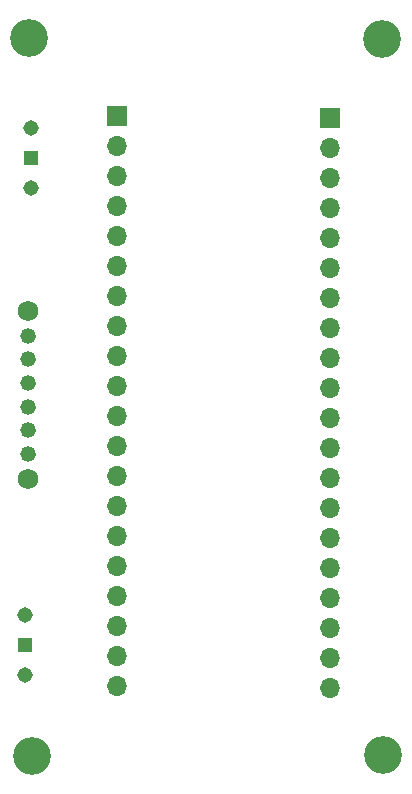
<source format=gbr>
%TF.GenerationSoftware,KiCad,Pcbnew,6.0.1-79c1e3a40b~116~ubuntu20.04.1*%
%TF.CreationDate,2022-02-10T07:45:33-06:00*%
%TF.ProjectId,pico-ducky,7069636f-2d64-4756-936b-792e6b696361,rev?*%
%TF.SameCoordinates,Original*%
%TF.FileFunction,Soldermask,Top*%
%TF.FilePolarity,Negative*%
%FSLAX46Y46*%
G04 Gerber Fmt 4.6, Leading zero omitted, Abs format (unit mm)*
G04 Created by KiCad (PCBNEW 6.0.1-79c1e3a40b~116~ubuntu20.04.1) date 2022-02-10 07:45:33*
%MOMM*%
%LPD*%
G01*
G04 APERTURE LIST*
%ADD10C,1.320800*%
%ADD11C,1.752600*%
%ADD12R,1.700000X1.700000*%
%ADD13O,1.700000X1.700000*%
%ADD14R,1.308000X1.308000*%
%ADD15C,1.308000*%
%ADD16C,3.200000*%
G04 APERTURE END LIST*
D10*
%TO.C,SW3*%
X105400000Y-71800000D03*
X105400000Y-73800001D03*
X105400000Y-75800000D03*
X105400000Y-77800001D03*
X105400000Y-79799999D03*
X105400000Y-81800000D03*
D11*
X105400000Y-69700000D03*
X105400000Y-83900000D03*
%TD*%
D12*
%TO.C,J2*%
X131000000Y-53400000D03*
D13*
X131000000Y-55940000D03*
X131000000Y-58480000D03*
X131000000Y-61020000D03*
X131000000Y-63560000D03*
X131000000Y-66100000D03*
X131000000Y-68640000D03*
X131000000Y-71180000D03*
X131000000Y-73720000D03*
X131000000Y-76260000D03*
X131000000Y-78800000D03*
X131000000Y-81340000D03*
X131000000Y-83880000D03*
X131000000Y-86420000D03*
X131000000Y-88960000D03*
X131000000Y-91500000D03*
X131000000Y-94040000D03*
X131000000Y-96580000D03*
X131000000Y-99120000D03*
X131000000Y-101660000D03*
%TD*%
D14*
%TO.C,S1*%
X105200000Y-98000000D03*
D15*
X105200000Y-95460000D03*
X105200000Y-100540000D03*
%TD*%
D16*
%TO.C,REF\u002A\u002A*%
X105500000Y-46600000D03*
%TD*%
D12*
%TO.C,J1*%
X112950000Y-53205000D03*
D13*
X112950000Y-55745000D03*
X112950000Y-58285000D03*
X112950000Y-60825000D03*
X112950000Y-63365000D03*
X112950000Y-65905000D03*
X112950000Y-68445000D03*
X112950000Y-70985000D03*
X112950000Y-73525000D03*
X112950000Y-76065000D03*
X112950000Y-78605000D03*
X112950000Y-81145000D03*
X112950000Y-83685000D03*
X112950000Y-86225000D03*
X112950000Y-88765000D03*
X112950000Y-91305000D03*
X112950000Y-93845000D03*
X112950000Y-96385000D03*
X112950000Y-98925000D03*
X112950000Y-101465000D03*
%TD*%
D14*
%TO.C,S2*%
X105700000Y-56740000D03*
D15*
X105700000Y-54200000D03*
X105700000Y-59280000D03*
%TD*%
D16*
%TO.C,REF\u002A\u002A*%
X135400000Y-46700000D03*
%TD*%
%TO.C,REF\u002A\u002A*%
X135500000Y-107300000D03*
%TD*%
%TO.C,REF\u002A\u002A*%
X105800000Y-107400000D03*
%TD*%
M02*

</source>
